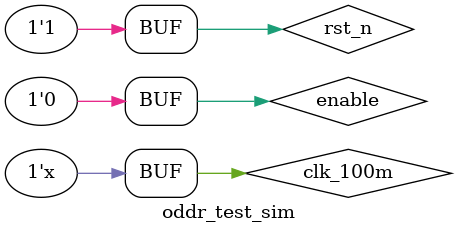
<source format=sv>
module oddr_test_sim();

    reg rst_n;
    reg enable;
    reg clk_100m;
    wire module_output;

    always #5   clk_100m = ~clk_100m;
    
    
    oddr_test_wrapper oddr_test_wrapper(
        .rst_n(rst_n),
        .enable(enable),
        .clk(clk_100m),
        .module_output(module_output)
    );

    initial begin
        rst_n <= 1'b0;
        clk_100m <= 1'b0;
        enable <= 1'b0;
        #10

        //un-reset
        rst_n <= 1'b1;
        #10

        //enable
        enable <= 1'b1;
        #1000

        enable <= 1'b0;
        rst_n <= 1'b1;

    end

endmodule
</source>
